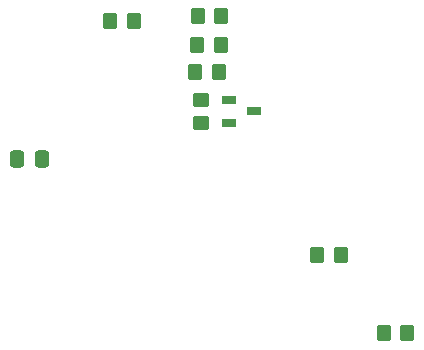
<source format=gbp>
G04 #@! TF.GenerationSoftware,KiCad,Pcbnew,(6.0.4)*
G04 #@! TF.CreationDate,2022-04-15T12:37:11+02:00*
G04 #@! TF.ProjectId,standaard,7374616e-6461-4617-9264-2e6b69636164,rev?*
G04 #@! TF.SameCoordinates,Original*
G04 #@! TF.FileFunction,Paste,Bot*
G04 #@! TF.FilePolarity,Positive*
%FSLAX46Y46*%
G04 Gerber Fmt 4.6, Leading zero omitted, Abs format (unit mm)*
G04 Created by KiCad (PCBNEW (6.0.4)) date 2022-04-15 12:37:11*
%MOMM*%
%LPD*%
G01*
G04 APERTURE LIST*
G04 Aperture macros list*
%AMRoundRect*
0 Rectangle with rounded corners*
0 $1 Rounding radius*
0 $2 $3 $4 $5 $6 $7 $8 $9 X,Y pos of 4 corners*
0 Add a 4 corners polygon primitive as box body*
4,1,4,$2,$3,$4,$5,$6,$7,$8,$9,$2,$3,0*
0 Add four circle primitives for the rounded corners*
1,1,$1+$1,$2,$3*
1,1,$1+$1,$4,$5*
1,1,$1+$1,$6,$7*
1,1,$1+$1,$8,$9*
0 Add four rect primitives between the rounded corners*
20,1,$1+$1,$2,$3,$4,$5,0*
20,1,$1+$1,$4,$5,$6,$7,0*
20,1,$1+$1,$6,$7,$8,$9,0*
20,1,$1+$1,$8,$9,$2,$3,0*%
G04 Aperture macros list end*
%ADD10RoundRect,0.250000X-0.350000X-0.450000X0.350000X-0.450000X0.350000X0.450000X-0.350000X0.450000X0*%
%ADD11RoundRect,0.042000X-0.573000X-0.258000X0.573000X-0.258000X0.573000X0.258000X-0.573000X0.258000X0*%
%ADD12RoundRect,0.250000X0.450000X-0.350000X0.450000X0.350000X-0.450000X0.350000X-0.450000X-0.350000X0*%
%ADD13RoundRect,0.250000X0.337500X0.475000X-0.337500X0.475000X-0.337500X-0.475000X0.337500X-0.475000X0*%
%ADD14RoundRect,0.250000X0.350000X0.450000X-0.350000X0.450000X-0.350000X-0.450000X0.350000X-0.450000X0*%
G04 APERTURE END LIST*
D10*
X187309000Y-54330800D03*
X189309000Y-54330800D03*
X177209000Y-34130800D03*
X179209000Y-34130800D03*
D11*
X179849000Y-43130800D03*
X179849000Y-41230800D03*
X181969000Y-42180800D03*
D10*
X192959000Y-60980800D03*
X194959000Y-60980800D03*
X177009000Y-38830800D03*
X179009000Y-38830800D03*
X177159000Y-36530800D03*
X179159000Y-36530800D03*
D12*
X177509000Y-43180800D03*
X177509000Y-41180800D03*
D13*
X163996500Y-46230800D03*
X161921500Y-46230800D03*
D14*
X171809000Y-34530800D03*
X169809000Y-34530800D03*
M02*

</source>
